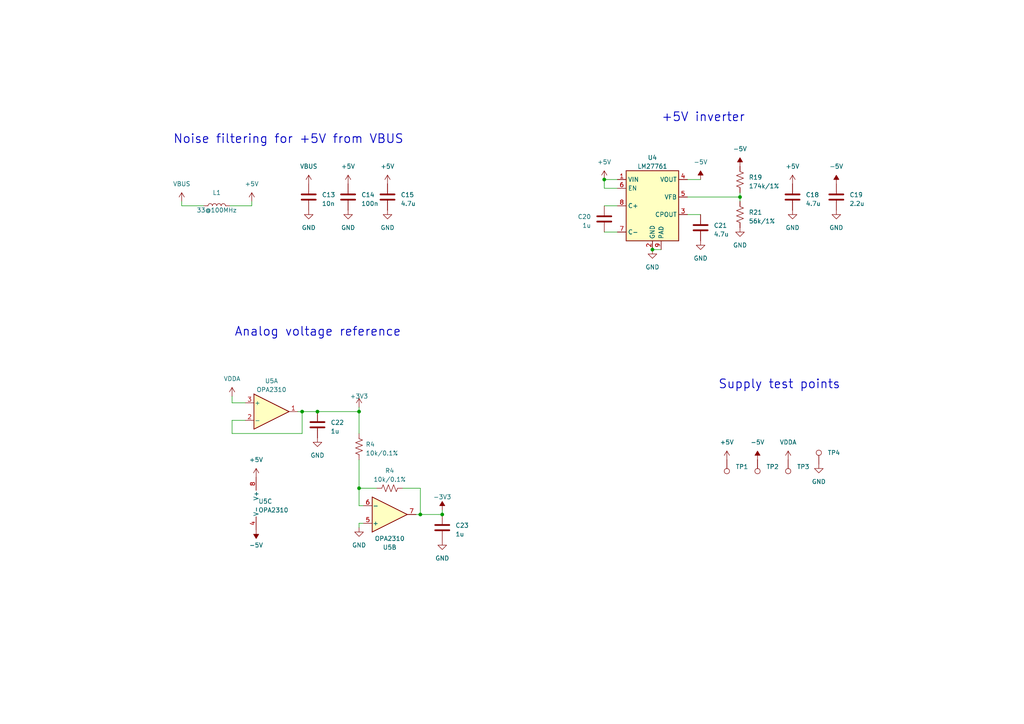
<source format=kicad_sch>
(kicad_sch (version 20230121) (generator eeschema)
  (paper "A4")
  (title_block (title "DSP PAW add-on board") (date "2023-09-13") (rev "2") (company "bitgloo") (comment 1 "Released under the CERN Open Hardware Licence Version 2 - Strongly Reciprocal"))
  (lib_symbols
    (symbol "Amplifier_Operational:OPA2340" (pin_names (offset 0.127))
      (property "Reference" "U" (at 0 5.08 0))
      (property "Value" "OPA2340" (at 0 -5.08 0))
      (symbol "OPA2340_1_1"
        (polyline (pts (xy -5.08 5.08) (xy 5.08 0) (xy -5.08 -5.08) (xy -5.08 5.08)) (stroke (width 0.254)) (fill (type background)))
        (pin output line (at 7.62 0 180) (length 2.54) (name "~") (number "1"))
        (pin input line (at -7.62 -2.54 0) (length 2.54) (name "-") (number "2"))
        (pin input line (at -7.62 2.54 0) (length 2.54) (name "+") (number "3"))
      )
      (symbol "OPA2340_2_1"
        (polyline (pts (xy -5.08 5.08) (xy 5.08 0) (xy -5.08 -5.08) (xy -5.08 5.08)) (stroke (width 0.254)) (fill (type background)))
        (pin input line (at -7.62 2.54 0) (length 2.54) (name "+") (number "5"))
        (pin input line (at -7.62 -2.54 0) (length 2.54) (name "-") (number "6"))
        (pin output line (at 7.62 0 180) (length 2.54) (name "~") (number "7"))
      )
      (symbol "OPA2340_3_1"
        (pin power_in line (at -2.54 -7.62 90) (length 3.81) (name "V-") (number "4"))
        (pin power_in line (at -2.54 7.62 270) (length 3.81) (name "V+") (number "8"))
      )
    )
    (symbol "Connector:TestPoint" (pin_numbers hide) (pin_names (offset 0.762) hide)
      (property "Reference" "TP" (at 0 6.858 0))
      (property "Value" "TestPoint" (at 0 5.08 0))
      (symbol "TestPoint_0_1"
        (circle (center 0 3.302) (radius 0.762))
      )
      (symbol "TestPoint_1_1"
        (pin passive line (at 0 0 90) (length 2.54) (name "1") (number "1"))
      )
    )
    (symbol "Device:C" (pin_numbers hide) (pin_names (offset 0.254))
      (property "Reference" "C" (at 0.635 2.54 0))
      (property "Value" "C" (at 0.635 -2.54 0))
      (symbol "C_0_1"
        (polyline (pts (xy -2.032 -0.762) (xy 2.032 -0.762)) (stroke (width 0.508)))
        (polyline (pts (xy -2.032 0.762) (xy 2.032 0.762)) (stroke (width 0.508)))
      )
      (symbol "C_1_1"
        (pin passive line (at 0 3.81 270) (length 2.794) (name "~") (number "1"))
        (pin passive line (at 0 -3.81 90) (length 2.794) (name "~") (number "2"))
      )
    )
    (symbol "Device:L" (pin_numbers hide) (pin_names (offset 1.016) hide)
      (property "Reference" "L" (at -1.27 0 90))
      (property "Value" "L" (at 1.905 0 90))
      (symbol "L_0_1"
        (arc (start 0 -2.54) (mid 0.6323 -1.905) (end 0 -1.27))
        (arc (start 0 -1.27) (mid 0.6323 -0.635) (end 0 0))
        (arc (start 0 0) (mid 0.6323 0.635) (end 0 1.27))
        (arc (start 0 1.27) (mid 0.6323 1.905) (end 0 2.54))
      )
      (symbol "L_1_1"
        (pin passive line (at 0 3.81 270) (length 1.27) (name "1") (number "1"))
        (pin passive line (at 0 -3.81 90) (length 1.27) (name "2") (number "2"))
      )
    )
    (symbol "Device:R_US" (pin_numbers hide) (pin_names (offset 0))
      (property "Reference" "R" (at 2.54 0 90))
      (property "Value" "R_US" (at -2.54 0 90))
      (symbol "R_US_0_1"
        (polyline (pts (xy 0 -2.286) (xy 0 -2.54)))
        (polyline (pts (xy 0 2.286) (xy 0 2.54)))
        (polyline (pts (xy 0 -0.762) (xy 1.016 -1.143) (xy 0 -1.524) (xy -1.016 -1.905) (xy 0 -2.286)))
        (polyline (pts (xy 0 0.762) (xy 1.016 0.381) (xy 0 0) (xy -1.016 -0.381) (xy 0 -0.762)))
        (polyline (pts (xy 0 2.286) (xy 1.016 1.905) (xy 0 1.524) (xy -1.016 1.143) (xy 0 0.762)))
      )
      (symbol "R_US_1_1"
        (pin passive line (at 0 3.81 270) (length 1.27) (name "~") (number "1"))
        (pin passive line (at 0 -3.81 90) (length 1.27) (name "~") (number "2"))
      )
    )
    (symbol "Regulator_SwitchedCapacitor:LM27761"
      (property "Reference" "U" (at -6.35 11.43 0))
      (property "Value" "LM27761" (at 3.302 11.43 0))
      (symbol "LM27761_0_1"
        (rectangle (start -7.62 10.16) (end 7.62 -10.16) (stroke (width 0.254)) (fill (type background)))
      )
      (symbol "LM27761_1_1"
        (pin power_in line (at -10.16 7.62 0) (length 2.54) (name "VIN") (number "1"))
        (pin power_in line (at 0 -12.7 90) (length 2.54) (name "GND") (number "2"))
        (pin power_out line (at 10.16 -2.54 180) (length 2.54) (name "CPOUT") (number "3"))
        (pin power_out line (at 10.16 7.62 180) (length 2.54) (name "VOUT") (number "4"))
        (pin input line (at 10.16 2.54 180) (length 2.54) (name "VFB") (number "5"))
        (pin input line (at -10.16 5.08 0) (length 2.54) (name "EN") (number "6"))
        (pin passive line (at -10.16 -7.62 0) (length 2.54) (name "C-") (number "7"))
        (pin passive line (at -10.16 0 0) (length 2.54) (name "C+") (number "8"))
        (pin power_in line (at 2.54 -12.7 90) (length 2.54) (name "PAD") (number "9"))
      )
    )
    (symbol "power:+3V3" (power) (pin_names (offset 0))
      (property "Value" "+3V3" (at 0 3.556 0))
      (symbol "+3V3_0_1"
        (polyline (pts (xy -0.762 1.27) (xy 0 2.54)))
        (polyline (pts (xy 0 0) (xy 0 2.54)))
        (polyline (pts (xy 0 2.54) (xy 0.762 1.27)))
      )
      (symbol "+3V3_1_1"
        (pin power_in line (at 0 0 90) (length 0) hide (name "+3V3") (number "1"))
      )
    )
    (symbol "power:+5V" (power) (pin_names (offset 0))
      (property "Value" "+5V" (at 0 3.556 0))
      (symbol "+5V_0_1"
        (polyline (pts (xy -0.762 1.27) (xy 0 2.54)))
        (polyline (pts (xy 0 0) (xy 0 2.54)))
        (polyline (pts (xy 0 2.54) (xy 0.762 1.27)))
      )
      (symbol "+5V_1_1"
        (pin power_in line (at 0 0 90) (length 0) hide (name "+5V") (number "1"))
      )
    )
    (symbol "power:-3V3" (power) (pin_names (offset 0))
      (property "Value" "-3V3" (at 0 3.81 0))
      (symbol "-3V3_0_0"
        (pin power_in line (at 0 0 90) (length 0) hide (name "-3V3") (number "1"))
      )
      (symbol "-3V3_0_1"
        (polyline (pts (xy 0 0) (xy 0 1.27) (xy 0.762 1.27) (xy 0 2.54) (xy -0.762 1.27) (xy 0 1.27)) (fill (type outline)))
      )
    )
    (symbol "power:-5V" (power) (pin_names (offset 0))
      (property "Value" "-5V" (at 0 3.81 0))
      (symbol "-5V_0_0"
        (pin power_in line (at 0 0 90) (length 0) hide (name "-5V") (number "1"))
      )
      (symbol "-5V_0_1"
        (polyline (pts (xy 0 0) (xy 0 1.27) (xy 0.762 1.27) (xy 0 2.54) (xy -0.762 1.27) (xy 0 1.27)) (fill (type outline)))
      )
    )
    (symbol "power:GND" (power) (pin_names (offset 0))
      (property "Value" "GND" (at 0 -3.81 0))
      (symbol "GND_0_1"
        (polyline (pts (xy 0 0) (xy 0 -1.27) (xy 1.27 -1.27) (xy 0 -2.54) (xy -1.27 -1.27) (xy 0 -1.27)))
      )
      (symbol "GND_1_1"
        (pin power_in line (at 0 0 270) (length 0) hide (name "GND") (number "1"))
      )
    )
    (symbol "power:VBUS" (power) (pin_names (offset 0))
      (property "Value" "VBUS" (at 0 3.81 0))
      (symbol "VBUS_0_1"
        (polyline (pts (xy -0.762 1.27) (xy 0 2.54)))
        (polyline (pts (xy 0 0) (xy 0 2.54)))
        (polyline (pts (xy 0 2.54) (xy 0.762 1.27)))
      )
      (symbol "VBUS_1_1"
        (pin power_in line (at 0 0 90) (length 0) hide (name "VBUS") (number "1"))
      )
    )
    (symbol "power:VDDA" (power) (pin_names (offset 0))
      (property "Value" "VDDA" (at 0 3.81 0))
      (symbol "VDDA_0_1"
        (polyline (pts (xy -0.762 1.27) (xy 0 2.54)))
        (polyline (pts (xy 0 0) (xy 0 2.54)))
        (polyline (pts (xy 0 2.54) (xy 0.762 1.27)))
      )
      (symbol "VDDA_1_1"
        (pin power_in line (at 0 0 90) (length 0) hide (name "VDDA") (number "1"))
      )
    )
  )
  (junction (at 104.14 141.605))
  (junction (at 128.27 149.225))
  (junction (at 214.63 57.15))
  (junction (at 175.26 52.07))
  (junction (at 92.075 119.38))
  (junction (at 87.63 119.38))
  (junction (at 104.14 119.38))
  (junction (at 121.92 149.225))
  (junction (at 189.23 72.39))
  (wire (pts (xy 87.63 125.73) (xy 87.63 119.38)))
  (wire (pts (xy 175.26 54.61) (xy 175.26 52.07)))
  (wire (pts (xy 199.39 52.07) (xy 203.2 52.07)))
  (wire (pts (xy 71.12 121.92) (xy 67.31 121.92)))
  (wire (pts (xy 109.22 141.605) (xy 104.14 141.605)))
  (wire (pts (xy 67.31 125.73) (xy 87.63 125.73)))
  (wire (pts (xy 87.63 119.38) (xy 86.36 119.38)))
  (wire (pts (xy 52.705 58.42) (xy 52.705 59.69)))
  (wire (pts (xy 104.14 118.11) (xy 104.14 119.38)))
  (wire (pts (xy 214.63 57.15) (xy 214.63 58.42)))
  (wire (pts (xy 214.63 57.15) (xy 214.63 55.88)))
  (wire (pts (xy 121.92 141.605) (xy 121.92 149.225)))
  (wire (pts (xy 73.025 58.42) (xy 73.025 59.69)))
  (wire (pts (xy 104.14 146.685) (xy 105.41 146.685)))
  (wire (pts (xy 199.39 57.15) (xy 214.63 57.15)))
  (wire (pts (xy 116.84 141.605) (xy 121.92 141.605)))
  (wire (pts (xy 128.27 149.225) (xy 121.92 149.225)))
  (wire (pts (xy 104.14 153.035) (xy 104.14 151.765)))
  (wire (pts (xy 67.31 116.84) (xy 71.12 116.84)))
  (wire (pts (xy 104.14 119.38) (xy 104.14 125.73)))
  (wire (pts (xy 104.14 141.605) (xy 104.14 146.685)))
  (wire (pts (xy 104.14 151.765) (xy 105.41 151.765)))
  (wire (pts (xy 128.27 147.955) (xy 128.27 149.225)))
  (wire (pts (xy 175.26 59.69) (xy 179.07 59.69)))
  (wire (pts (xy 175.26 52.07) (xy 179.07 52.07)))
  (wire (pts (xy 121.92 149.225) (xy 120.65 149.225)))
  (wire (pts (xy 175.26 67.31) (xy 179.07 67.31)))
  (wire (pts (xy 52.705 59.69) (xy 59.055 59.69)))
  (wire (pts (xy 179.07 54.61) (xy 175.26 54.61)))
  (wire (pts (xy 67.31 114.935) (xy 67.31 116.84)))
  (wire (pts (xy 199.39 62.23) (xy 203.2 62.23)))
  (wire (pts (xy 104.14 133.35) (xy 104.14 141.605)))
  (wire (pts (xy 104.14 119.38) (xy 92.075 119.38)))
  (wire (pts (xy 67.31 121.92) (xy 67.31 125.73)))
  (wire (pts (xy 66.675 59.69) (xy 73.025 59.69)))
  (wire (pts (xy 189.23 72.39) (xy 191.77 72.39)))
  (wire (pts (xy 87.63 119.38) (xy 92.075 119.38)))
  (text "Analog voltage reference" (at 67.945 97.79 0) (effects (font (size 2.54 2.54) (thickness 0.254) bold) (justify left bottom)))
  (text "+5V inverter" (at 191.77 35.56 0) (effects (font (size 2.54 2.54) (thickness 0.254) bold) (justify left bottom)))
  (text "Supply test points" (at 208.28 113.03 0) (effects (font (size 2.54 2.54) (thickness 0.254) bold) (justify left bottom)))
  (text "Noise filtering for +5V from VBUS" (at 50.165 41.91 0) (effects (font (size 2.54 2.54) (thickness 0.254) bold) (justify left bottom)))
  (symbol (lib_id "power:VDDA") (at 67.31 114.935 0) (unit 1)
    (property "Reference" "#PWR013" (effects hide))
    (property "Value" "VDDA" (at 67.31 109.855 0))
    (instances (project "stmdsp_rev3" (path "" (reference "#PWR013") (unit 1))) (project "DSP PAW add-on board" (path "" (reference "#PWR033") (unit 1)) (path "" (reference "#PWR076") (unit 1))))
  )
  (symbol (lib_id "power:GND") (at 92.075 127 0) (unit 1)
    (property "Reference" "#PWR038" (effects hide))
    (property "Value" "GND" (at 92.075 132.08 0))
    (instances (project "stmdsp_rev3" (path "" (reference "#PWR038") (unit 1))) (project "DSP PAW add-on board" (path "" (reference "#PWR060") (unit 1)) (path "" (reference "#PWR016") (unit 1))))
  )
  (symbol (lib_id "Device:C") (at 128.27 153.035 0) (unit 1)
    (property "Reference" "C23" (at 132.08 152.4 0) (effects (justify left)))
    (property "Value" "1u" (at 132.08 154.94 0) (effects (justify left)))
    (property "Footprint" "Capacitor_SMD:C_0603_1608Metric" (effects hide))
    (property "Part Number" "CL10B105KP8NNNC" (effects hide))
  )
  (symbol (lib_id "power:GND") (at 237.49 134.62 0) (unit 1)
    (property "Reference" "#PWR014" (effects hide))
    (property "Value" "GND" (at 237.49 139.7 0))
    (instances (project "stmdsp_rev3" (path "" (reference "#PWR014") (unit 1))) (project "DSP PAW add-on board" (path "" (reference "#PWR034") (unit 1)) (path "" (reference "#PWR040") (unit 1))))
  )
  (symbol (lib_id "power:-5V") (at 214.63 48.26 0) (unit 1)
    (property "Reference" "#PWR012" (effects hide))
    (property "Value" "-5V" (at 214.63 43.18 0))
    (instances (project "stmdsp_rev3" (path "" (reference "#PWR012") (unit 1))) (project "DSP PAW add-on board" (path "" (reference "#PWR032") (unit 1)) (path "" (reference "#PWR031") (unit 1))))
  )
  (symbol (lib_id "power:-3V3") (at 128.27 147.955 0) (unit 1)
    (property "Reference" "#PWR053" (effects hide))
    (property "Value" "-3V3" (at 128.27 144.145 0))
  )
  (symbol (lib_id "Connector:TestPoint") (at 210.82 133.35 180) (unit 1)
    (property "Reference" "TP1" (at 213.36 135.3819 0) (effects (justify right)))
    (property "Value" "TestPoint" (effects hide))
    (property "Footprint" "TestPoint:TestPoint_Pad_D1.0mm" (effects hide))
    (property "DNP" "T" (effects hide))
  )
  (symbol (lib_id "Device:C") (at 229.87 57.15 0) (unit 1)
    (property "Reference" "C18" (at 233.68 56.515 0) (effects (justify left)))
    (property "Value" "4.7u" (at 233.68 59.055 0) (effects (justify left)))
    (property "Footprint" "Capacitor_SMD:C_0603_1608Metric" (effects hide))
    (property "Part Number" "CL10A475KP8NNNC" (effects hide))
  )
  (symbol (lib_id "power:+5V") (at 175.26 52.07 0) (unit 1)
    (property "Reference" "#PWR011" (effects hide))
    (property "Value" "+5V" (at 175.26 46.99 0))
    (instances (project "stmdsp_rev3" (path "" (reference "#PWR011") (unit 1))) (project "DSP PAW add-on board" (path "" (reference "#PWR030") (unit 1)) (path "" (reference "#PWR032") (unit 1))))
  )
  (symbol (lib_id "Device:C") (at 175.26 63.5 0) (mirror y) (unit 1)
    (property "Reference" "C20" (at 171.45 62.865 0) (effects (justify left)))
    (property "Value" "1u" (at 171.45 65.405 0) (effects (justify left)))
    (property "Footprint" "Capacitor_SMD:C_0603_1608Metric" (effects hide))
    (property "Part Number" "CL10B105KP8NNNC" (effects hide))
  )
  (symbol (lib_id "Connector:TestPoint") (at 237.49 134.62 0) (unit 1)
    (property "Reference" "TP4" (at 240.03 131.3179 0) (effects (justify left)))
    (property "Value" "TestPoint" (effects hide))
    (property "Footprint" "TestPoint:TestPoint_Pad_D1.0mm" (effects hide))
    (property "DNP" "T" (effects hide))
  )
  (symbol (lib_id "power:-5V") (at 74.295 153.67 180) (unit 1)
    (property "Reference" "#PWR012" (effects hide))
    (property "Value" "-5V" (at 74.295 158.115 0))
    (instances (project "stmdsp_rev3" (path "" (reference "#PWR012") (unit 1))) (project "DSP PAW add-on board" (path "" (reference "#PWR032") (unit 1)) (path "" (reference "#PWR030") (unit 1))))
  )
  (symbol (lib_id "Device:R_US") (at 104.14 129.54 180) (unit 1)
    (property "Reference" "R4" (at 106.045 128.905 0) (effects (justify right)))
    (property "Value" "10k/0.1%" (at 106.045 131.445 0) (effects (justify right)))
    (property "Footprint" "Resistor_SMD:R_0603_1608Metric" (effects hide))
    (property "Part Number" "RN73R1JTTD1012B25" (effects hide))
    (instances (project "DSP PAW add-on board" (path "" (reference "R4") (unit 1)) (path "" (reference "R5") (unit 1)) (path "" (reference "R2") (unit 1))))
  )
  (symbol (lib_id "power:GND") (at 112.395 60.96 0) (unit 1)
    (property "Reference" "#PWR038" (effects hide))
    (property "Value" "GND" (at 112.395 66.04 0))
    (instances (project "stmdsp_rev3" (path "" (reference "#PWR038") (unit 1))) (project "DSP PAW add-on board" (path "" (reference "#PWR060") (unit 1)) (path "" (reference "#PWR027") (unit 1))))
  )
  (symbol (lib_id "Amplifier_Operational:OPA2340") (at 76.835 146.05 0) (unit 3)
    (property "Reference" "U5" (at 74.93 145.415 0) (effects (justify left)))
    (property "Value" "OPA2310" (at 74.93 147.955 0) (effects (justify left)))
    (property "Footprint" "Package_SO:TSSOP-8_3x3mm_P0.65mm" (effects hide))
    (property "Part Number" "OPA2310IDGKR" (effects hide))
  )
  (symbol (lib_id "power:GND") (at 189.23 72.39 0) (unit 1)
    (property "Reference" "#PWR014" (effects hide))
    (property "Value" "GND" (at 189.23 77.47 0))
    (instances (project "stmdsp_rev3" (path "" (reference "#PWR014") (unit 1))) (project "DSP PAW add-on board" (path "" (reference "#PWR034") (unit 1)) (path "" (reference "#PWR045") (unit 1))))
  )
  (symbol (lib_id "Device:R_US") (at 214.63 52.07 0) (unit 1)
    (property "Reference" "R19" (at 217.17 51.435 0) (effects (justify left)))
    (property "Value" "174k/1%" (at 217.17 53.975 0) (effects (justify left)))
    (property "Footprint" "Resistor_SMD:R_0603_1608Metric" (effects hide))
    (property "Part Number" "RMCF0603FT174K" (effects hide))
  )
  (symbol (lib_id "power:GND") (at 104.14 153.035 0) (unit 1)
    (property "Reference" "#PWR038" (effects hide))
    (property "Value" "GND" (at 104.14 158.115 0))
    (instances (project "stmdsp_rev3" (path "" (reference "#PWR038") (unit 1))) (project "DSP PAW add-on board" (path "" (reference "#PWR060") (unit 1)) (path "" (reference "#PWR017") (unit 1))))
  )
  (symbol (lib_id "Device:C") (at 203.2 66.04 0) (unit 1)
    (property "Reference" "C21" (at 207.01 65.405 0) (effects (justify left)))
    (property "Value" "4.7u" (at 207.01 67.945 0) (effects (justify left)))
    (property "Footprint" "Capacitor_SMD:C_0603_1608Metric" (effects hide))
    (property "Part Number" "CL10A475KP8NNNC" (effects hide))
  )
  (symbol (lib_id "power:VDDA") (at 228.6 133.35 0) (unit 1)
    (property "Reference" "#PWR013" (effects hide))
    (property "Value" "VDDA" (at 228.6 128.27 0))
    (instances (project "stmdsp_rev3" (path "" (reference "#PWR013") (unit 1))) (project "DSP PAW add-on board" (path "" (reference "#PWR033") (unit 1)) (path "" (reference "#PWR039") (unit 1))))
  )
  (symbol (lib_id "Connector:TestPoint") (at 219.71 133.35 180) (unit 1)
    (property "Reference" "TP2" (at 222.25 135.3819 0) (effects (justify right)))
    (property "Value" "TestPoint" (effects hide))
    (property "Footprint" "TestPoint:TestPoint_Pad_D1.0mm" (effects hide))
    (property "DNP" "T" (effects hide))
  )
  (symbol (lib_id "Device:C") (at 242.57 57.15 0) (unit 1)
    (property "Reference" "C19" (at 246.38 56.515 0) (effects (justify left)))
    (property "Value" "2.2u" (at 246.38 59.055 0) (effects (justify left)))
    (property "Footprint" "Capacitor_SMD:C_0603_1608Metric" (effects hide))
    (property "Part Number" "CL10B225KP8NNNC" (effects hide))
  )
  (symbol (lib_id "power:GND") (at 128.27 156.845 0) (unit 1)
    (property "Reference" "#PWR038" (effects hide))
    (property "Value" "GND" (at 128.27 161.925 0))
    (instances (project "stmdsp_rev3" (path "" (reference "#PWR038") (unit 1))) (project "DSP PAW add-on board" (path "" (reference "#PWR060") (unit 1)) (path "" (reference "#PWR068") (unit 1))))
  )
  (symbol (lib_id "power:+5V") (at 73.025 58.42 0) (unit 1)
    (property "Reference" "#PWR033" (effects hide))
    (property "Value" "+5V" (at 73.025 53.34 0))
    (instances (project "stmdsp_rev3" (path "" (reference "#PWR033") (unit 1))) (project "DSP PAW add-on board" (path "" (reference "#PWR045") (unit 1)) (path "" (reference "#PWR023") (unit 1))))
  )
  (symbol (lib_id "power:GND") (at 89.535 60.96 0) (unit 1)
    (property "Reference" "#PWR038" (effects hide))
    (property "Value" "GND" (at 89.535 66.04 0))
    (instances (project "stmdsp_rev3" (path "" (reference "#PWR038") (unit 1))) (project "DSP PAW add-on board" (path "" (reference "#PWR058") (unit 1)) (path "" (reference "#PWR025") (unit 1))))
  )
  (symbol (lib_id "Device:C") (at 92.075 123.19 0) (unit 1)
    (property "Reference" "C22" (at 95.885 122.555 0) (effects (justify left)))
    (property "Value" "1u" (at 95.885 125.095 0) (effects (justify left)))
    (property "Footprint" "Capacitor_SMD:C_0603_1608Metric" (effects hide))
    (property "Part Number" "CL10B105KP8NNNC" (effects hide))
  )
  (symbol (lib_id "power:+5V") (at 229.87 53.34 0) (unit 1)
    (property "Reference" "#PWR011" (effects hide))
    (property "Value" "+5V" (at 229.87 48.26 0))
    (instances (project "stmdsp_rev3" (path "" (reference "#PWR011") (unit 1))) (project "DSP PAW add-on board" (path "" (reference "#PWR030") (unit 1)) (path "" (reference "#PWR034") (unit 1))))
  )
  (symbol (lib_id "Connector:TestPoint") (at 228.6 133.35 180) (unit 1)
    (property "Reference" "TP3" (at 231.14 135.3819 0) (effects (justify right)))
    (property "Value" "TestPoint" (effects hide))
    (property "Footprint" "TestPoint:TestPoint_Pad_D1.0mm" (effects hide))
    (property "DNP" "T" (effects hide))
  )
  (symbol (lib_id "Device:C") (at 112.395 57.15 0) (unit 1)
    (property "Reference" "C15" (at 116.205 56.515 0) (effects (justify left)))
    (property "Value" "4.7u" (at 116.205 59.055 0) (effects (justify left)))
    (property "Footprint" "Capacitor_SMD:C_0603_1608Metric" (effects hide))
    (property "Part Number" "CL10A475KP8NNNC" (effects hide))
  )
  (symbol (lib_id "Amplifier_Operational:OPA2340") (at 113.03 149.225 0) (mirror x) (unit 2)
    (property "Reference" "U5" (at 113.03 158.75 0))
    (property "Value" "OPA2310" (at 113.03 156.21 0))
    (property "Footprint" "Package_SO:TSSOP-8_3x3mm_P0.65mm" (effects hide))
    (property "Part Number" "OPA2310IDGKR" (effects hide))
  )
  (symbol (lib_id "Amplifier_Operational:OPA2340") (at 78.74 119.38 0) (unit 1)
    (property "Reference" "U5" (at 78.74 110.49 0))
    (property "Value" "OPA2310" (at 78.74 113.03 0))
    (property "Footprint" "Package_SO:TSSOP-8_3x3mm_P0.65mm" (effects hide))
    (property "Part Number" "OPA2310IDGKR" (effects hide))
  )
  (symbol (lib_id "Device:R_US") (at 214.63 62.23 0) (unit 1)
    (property "Reference" "R21" (at 217.17 61.595 0) (effects (justify left)))
    (property "Value" "56k/1%" (at 217.17 64.135 0) (effects (justify left)))
    (property "Footprint" "Resistor_SMD:R_0603_1608Metric" (effects hide))
    (property "Part Number" "RMCF0603FT56K0" (effects hide))
  )
  (symbol (lib_id "Device:C") (at 100.965 57.15 0) (unit 1)
    (property "Reference" "C14" (at 104.775 56.515 0) (effects (justify left)))
    (property "Value" "100n" (at 104.775 59.055 0) (effects (justify left)))
    (property "Footprint" "Capacitor_SMD:C_0603_1608Metric" (effects hide))
    (property "Part Number" "CL10B104KB8NNWC" (effects hide))
  )
  (symbol (lib_id "power:+3V3") (at 104.14 118.11 0) (unit 1)
    (property "Reference" "#PWR024" (effects hide))
    (property "Value" "+3V3" (at 104.14 114.935 0))
  )
  (symbol (lib_id "Regulator_SwitchedCapacitor:LM27761") (at 189.23 59.69 0) (unit 1)
    (property "Reference" "U4" (at 189.23 45.72 0))
    (property "Value" "LM27761" (at 189.23 48.26 0))
    (property "Footprint" "Package_SON:WSON-8-1EP_2x2mm_P0.5mm_EP0.9x1.6mm" (effects hide))
    (property "Datasheet" "http://www.ti.com/lit/ds/symlink/lm27761.pdf" (effects hide))
    (property "Part Number" "LM27761DSGR" (effects hide))
  )
  (symbol (lib_id "power:-5V") (at 242.57 53.34 0) (unit 1)
    (property "Reference" "#PWR012" (effects hide))
    (property "Value" "-5V" (at 242.57 48.26 0))
    (instances (project "stmdsp_rev3" (path "" (reference "#PWR012") (unit 1))) (project "DSP PAW add-on board" (path "" (reference "#PWR032") (unit 1)) (path "" (reference "#PWR035") (unit 1))))
  )
  (symbol (lib_id "power:+5V") (at 112.395 53.34 0) (unit 1)
    (property "Reference" "#PWR033" (effects hide))
    (property "Value" "+5V" (at 112.395 48.26 0))
    (instances (project "stmdsp_rev3" (path "" (reference "#PWR033") (unit 1))) (project "DSP PAW add-on board" (path "" (reference "#PWR063") (unit 1)) (path "" (reference "#PWR019") (unit 1))))
  )
  (symbol (lib_id "power:GND") (at 203.2 69.85 0) (unit 1)
    (property "Reference" "#PWR014" (effects hide))
    (property "Value" "GND" (at 203.2 74.93 0))
    (instances (project "stmdsp_rev3" (path "" (reference "#PWR014") (unit 1))) (project "DSP PAW add-on board" (path "" (reference "#PWR034") (unit 1)) (path "" (reference "#PWR044") (unit 1))))
  )
  (symbol (lib_id "power:GND") (at 242.57 60.96 0) (unit 1)
    (property "Reference" "#PWR014" (effects hide))
    (property "Value" "GND" (at 242.57 66.04 0))
    (instances (project "stmdsp_rev3" (path "" (reference "#PWR014") (unit 1))) (project "DSP PAW add-on board" (path "" (reference "#PWR034") (unit 1)) (path "" (reference "#PWR042") (unit 1))))
  )
  (symbol (lib_id "power:VBUS") (at 89.535 53.34 0) (unit 1)
    (property "Reference" "#PWR061" (effects hide))
    (property "Value" "VBUS" (at 89.535 48.26 0))
    (instances (project "DSP PAW add-on board" (path "" (reference "#PWR061") (unit 1)) (path "" (reference "#PWR047") (unit 1))))
  )
  (symbol (lib_id "power:+5V") (at 210.82 133.35 0) (unit 1)
    (property "Reference" "#PWR011" (effects hide))
    (property "Value" "+5V" (at 210.82 128.27 0))
    (instances (project "stmdsp_rev3" (path "" (reference "#PWR011") (unit 1))) (project "DSP PAW add-on board" (path "" (reference "#PWR030") (unit 1)) (path "" (reference "#PWR037") (unit 1))))
  )
  (symbol (lib_id "power:GND") (at 214.63 66.04 0) (unit 1)
    (property "Reference" "#PWR014" (effects hide))
    (property "Value" "GND" (at 214.63 71.12 0))
    (instances (project "stmdsp_rev3" (path "" (reference "#PWR014") (unit 1))) (project "DSP PAW add-on board" (path "" (reference "#PWR034") (unit 1)) (path "" (reference "#PWR043") (unit 1))))
  )
  (symbol (lib_id "power:GND") (at 229.87 60.96 0) (unit 1)
    (property "Reference" "#PWR014" (effects hide))
    (property "Value" "GND" (at 229.87 66.04 0))
    (instances (project "stmdsp_rev3" (path "" (reference "#PWR014") (unit 1))) (project "DSP PAW add-on board" (path "" (reference "#PWR034") (unit 1)) (path "" (reference "#PWR041") (unit 1))))
  )
  (symbol (lib_id "power:+5V") (at 74.295 138.43 0) (unit 1)
    (property "Reference" "#PWR011" (effects hide))
    (property "Value" "+5V" (at 74.295 133.35 0))
    (instances (project "stmdsp_rev3" (path "" (reference "#PWR011") (unit 1))) (project "DSP PAW add-on board" (path "" (reference "#PWR030") (unit 1)) (path "" (reference "#PWR022") (unit 1))))
  )
  (symbol (lib_id "Device:L") (at 62.865 59.69 90) (unit 1)
    (property "Reference" "L1" (at 62.865 55.88 90))
    (property "Value" "33@100MHz" (at 62.865 60.96 90))
    (property "Footprint" "Inductor_SMD:L_0603_1608Metric" (effects hide))
    (property "Part Number" "BLM18PG330SN1D" (effects hide))
  )
  (symbol (lib_id "power:-5V") (at 203.2 52.07 0) (unit 1)
    (property "Reference" "#PWR012" (effects hide))
    (property "Value" "-5V" (at 203.2 46.99 0))
    (instances (project "stmdsp_rev3" (path "" (reference "#PWR012") (unit 1))) (project "DSP PAW add-on board" (path "" (reference "#PWR032") (unit 1)) (path "" (reference "#PWR033") (unit 1))))
  )
  (symbol (lib_id "power:+5V") (at 100.965 53.34 0) (unit 1)
    (property "Reference" "#PWR033" (effects hide))
    (property "Value" "+5V" (at 100.965 48.26 0))
    (instances (project "stmdsp_rev3" (path "" (reference "#PWR033") (unit 1))) (project "DSP PAW add-on board" (path "" (reference "#PWR062") (unit 1)) (path "" (reference "#PWR018") (unit 1))))
  )
  (symbol (lib_id "Device:R_US") (at 113.03 141.605 90) (unit 1)
    (property "Reference" "R4" (at 113.03 136.525 90))
    (property "Value" "10k/0.1%" (at 113.03 139.065 90))
    (property "Footprint" "Resistor_SMD:R_0603_1608Metric" (effects hide))
    (property "Part Number" "RN73R1JTTD1012B25" (effects hide))
    (instances (project "DSP PAW add-on board" (path "" (reference "R4") (unit 1)) (path "" (reference "R5") (unit 1)) (path "" (reference "R7") (unit 1))))
  )
  (symbol (lib_id "Device:C") (at 89.535 57.15 0) (unit 1)
    (property "Reference" "C13" (at 93.345 56.515 0) (effects (justify left)))
    (property "Value" "10n" (at 93.345 59.055 0) (effects (justify left)))
    (property "Footprint" "Capacitor_SMD:C_0603_1608Metric" (effects hide))
    (property "Part Number" "CC0603KRX7R9BB103" (effects hide))
  )
  (symbol (lib_id "power:-5V") (at 219.71 133.35 0) (unit 1)
    (property "Reference" "#PWR012" (effects hide))
    (property "Value" "-5V" (at 219.71 128.27 0))
    (instances (project "stmdsp_rev3" (path "" (reference "#PWR012") (unit 1))) (project "DSP PAW add-on board" (path "" (reference "#PWR032") (unit 1)) (path "" (reference "#PWR038") (unit 1))))
  )
  (symbol (lib_id "power:GND") (at 100.965 60.96 0) (unit 1)
    (property "Reference" "#PWR038" (effects hide))
    (property "Value" "GND" (at 100.965 66.04 0))
    (instances (project "stmdsp_rev3" (path "" (reference "#PWR038") (unit 1))) (project "DSP PAW add-on board" (path "" (reference "#PWR059") (unit 1)) (path "" (reference "#PWR026") (unit 1))))
  )
  (symbol (lib_id "power:VBUS") (at 52.705 58.42 0) (unit 1)
    (property "Reference" "#PWR061" (effects hide))
    (property "Value" "VBUS" (at 52.705 53.34 0))
    (instances (project "DSP PAW add-on board" (path "" (reference "#PWR061") (unit 1)) (path "" (reference "#PWR051") (unit 1))))
  )
)
</source>
